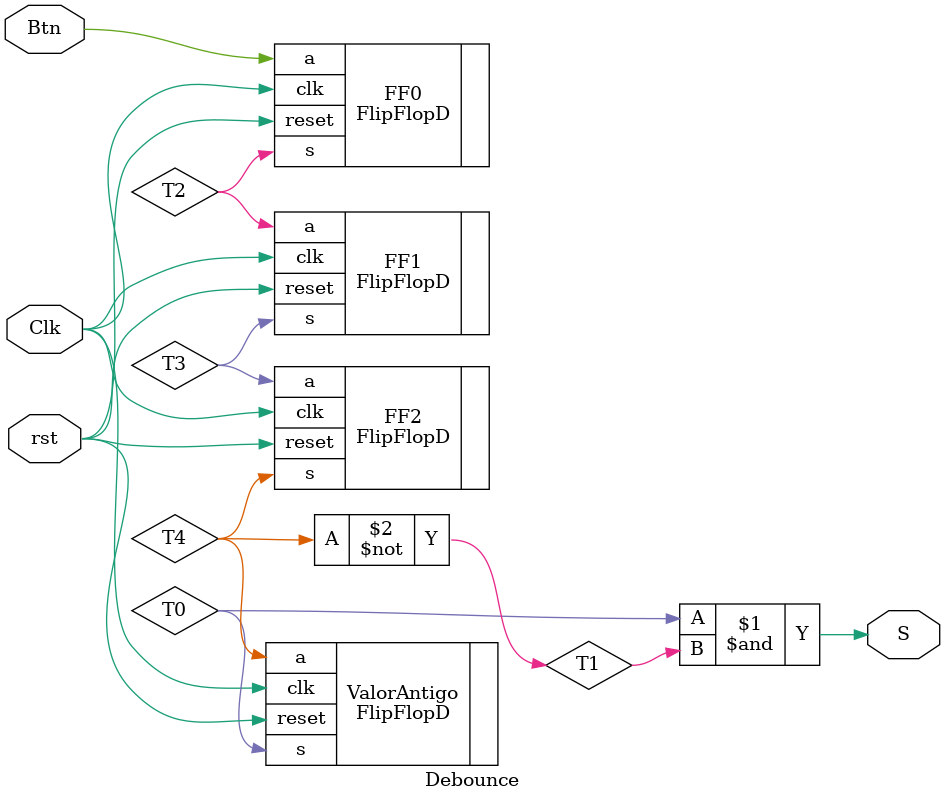
<source format=v>
module Debounce(S, Btn, Clk, rst);
	input Btn, Clk, rst;
	output S;
	wire T0, T1, T2, T3, T4;

	FlipFlopD FF0(
	.s(T2), 
	.a(Btn), 
	.clk(Clk), 
	.reset(rst));

	FlipFlopD FF1(
	.s(T3), 
	.a(T2), 
	.clk(Clk), 
	.reset(rst));
	
	FlipFlopD FF2(
	.s(T4), 
	.a(T3), 
	.clk(Clk), 
	.reset(rst));

	
	FlipFlopD ValorAntigo(
	.s(T0), 
	.a(T4), 
	.clk(Clk), 
	.reset(rst));
	
	and and0(S, T0, T1);
	not not0(T1, T4);

endmodule
</source>
